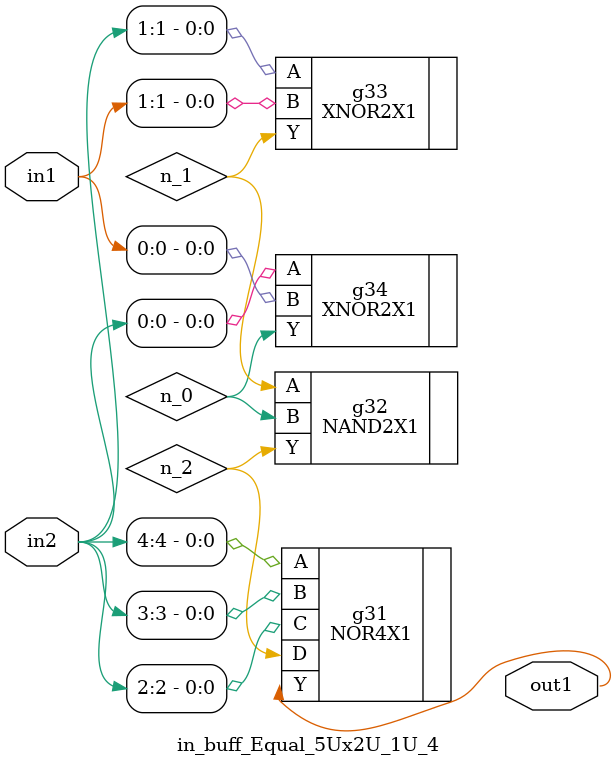
<source format=v>
`timescale 1ps / 1ps


module in_buff_Equal_5Ux2U_1U_4(in2, in1, out1);
  input [4:0] in2;
  input [1:0] in1;
  output out1;
  wire [4:0] in2;
  wire [1:0] in1;
  wire out1;
  wire n_0, n_1, n_2;
  NOR4X1 g31(.A (in2[4]), .B (in2[3]), .C (in2[2]), .D (n_2), .Y
       (out1));
  NAND2X1 g32(.A (n_1), .B (n_0), .Y (n_2));
  XNOR2X1 g33(.A (in2[1]), .B (in1[1]), .Y (n_1));
  XNOR2X1 g34(.A (in2[0]), .B (in1[0]), .Y (n_0));
endmodule



</source>
